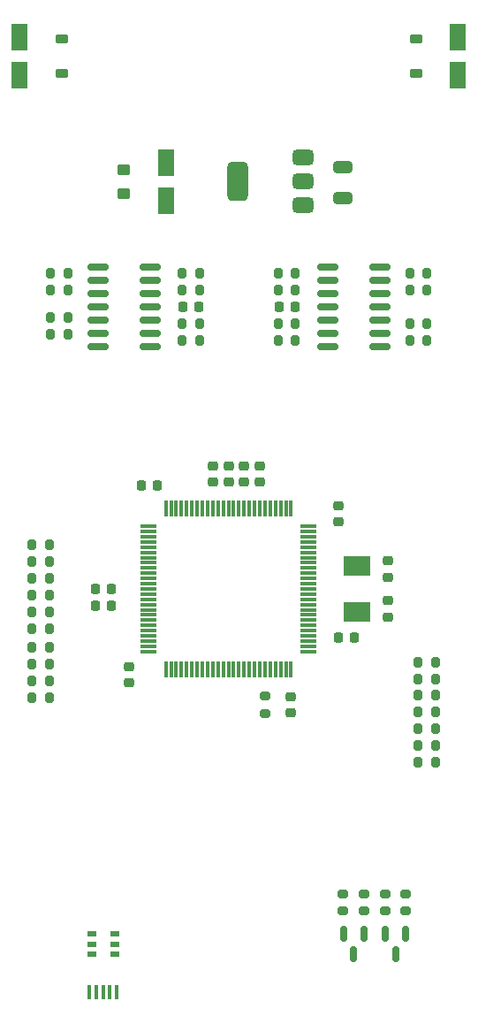
<source format=gbr>
%TF.GenerationSoftware,KiCad,Pcbnew,8.0.3*%
%TF.CreationDate,2024-06-18T15:39:12+01:00*%
%TF.ProjectId,Sinosaur_Components,53696e6f-7361-4757-925f-436f6d706f6e,rev?*%
%TF.SameCoordinates,Original*%
%TF.FileFunction,Paste,Top*%
%TF.FilePolarity,Positive*%
%FSLAX46Y46*%
G04 Gerber Fmt 4.6, Leading zero omitted, Abs format (unit mm)*
G04 Created by KiCad (PCBNEW 8.0.3) date 2024-06-18 15:39:12*
%MOMM*%
%LPD*%
G01*
G04 APERTURE LIST*
G04 Aperture macros list*
%AMRoundRect*
0 Rectangle with rounded corners*
0 $1 Rounding radius*
0 $2 $3 $4 $5 $6 $7 $8 $9 X,Y pos of 4 corners*
0 Add a 4 corners polygon primitive as box body*
4,1,4,$2,$3,$4,$5,$6,$7,$8,$9,$2,$3,0*
0 Add four circle primitives for the rounded corners*
1,1,$1+$1,$2,$3*
1,1,$1+$1,$4,$5*
1,1,$1+$1,$6,$7*
1,1,$1+$1,$8,$9*
0 Add four rect primitives between the rounded corners*
20,1,$1+$1,$2,$3,$4,$5,0*
20,1,$1+$1,$4,$5,$6,$7,0*
20,1,$1+$1,$6,$7,$8,$9,0*
20,1,$1+$1,$8,$9,$2,$3,0*%
G04 Aperture macros list end*
%ADD10RoundRect,0.200000X-0.200000X-0.275000X0.200000X-0.275000X0.200000X0.275000X-0.200000X0.275000X0*%
%ADD11R,2.500000X1.900000*%
%ADD12RoundRect,0.225000X0.225000X0.250000X-0.225000X0.250000X-0.225000X-0.250000X0.225000X-0.250000X0*%
%ADD13RoundRect,0.200000X0.200000X0.275000X-0.200000X0.275000X-0.200000X-0.275000X0.200000X-0.275000X0*%
%ADD14RoundRect,0.150000X-0.150000X0.587500X-0.150000X-0.587500X0.150000X-0.587500X0.150000X0.587500X0*%
%ADD15RoundRect,0.225000X-0.250000X0.225000X-0.250000X-0.225000X0.250000X-0.225000X0.250000X0.225000X0*%
%ADD16RoundRect,0.200000X-0.275000X0.200000X-0.275000X-0.200000X0.275000X-0.200000X0.275000X0.200000X0*%
%ADD17RoundRect,0.375000X0.625000X0.375000X-0.625000X0.375000X-0.625000X-0.375000X0.625000X-0.375000X0*%
%ADD18RoundRect,0.500000X0.500000X1.400000X-0.500000X1.400000X-0.500000X-1.400000X0.500000X-1.400000X0*%
%ADD19RoundRect,0.150000X0.825000X0.150000X-0.825000X0.150000X-0.825000X-0.150000X0.825000X-0.150000X0*%
%ADD20RoundRect,0.225000X0.250000X-0.225000X0.250000X0.225000X-0.250000X0.225000X-0.250000X-0.225000X0*%
%ADD21RoundRect,0.250000X-0.350000X0.275000X-0.350000X-0.275000X0.350000X-0.275000X0.350000X0.275000X0*%
%ADD22RoundRect,0.250000X0.650000X-0.325000X0.650000X0.325000X-0.650000X0.325000X-0.650000X-0.325000X0*%
%ADD23RoundRect,0.225000X-0.375000X0.225000X-0.375000X-0.225000X0.375000X-0.225000X0.375000X0.225000X0*%
%ADD24RoundRect,0.075000X0.725000X0.075000X-0.725000X0.075000X-0.725000X-0.075000X0.725000X-0.075000X0*%
%ADD25RoundRect,0.075000X0.075000X0.725000X-0.075000X0.725000X-0.075000X-0.725000X0.075000X-0.725000X0*%
%ADD26RoundRect,0.225000X-0.225000X-0.250000X0.225000X-0.250000X0.225000X0.250000X-0.225000X0.250000X0*%
%ADD27RoundRect,0.250000X0.550000X-1.050000X0.550000X1.050000X-0.550000X1.050000X-0.550000X-1.050000X0*%
%ADD28RoundRect,0.200000X0.275000X-0.200000X0.275000X0.200000X-0.275000X0.200000X-0.275000X-0.200000X0*%
%ADD29RoundRect,0.225000X0.375000X-0.225000X0.375000X0.225000X-0.375000X0.225000X-0.375000X-0.225000X0*%
%ADD30R,0.950000X0.600000*%
%ADD31RoundRect,0.100000X0.100000X-0.575000X0.100000X0.575000X-0.100000X0.575000X-0.100000X-0.575000X0*%
%ADD32RoundRect,0.150000X-0.825000X-0.150000X0.825000X-0.150000X0.825000X0.150000X-0.825000X0.150000X0*%
G04 APERTURE END LIST*
D10*
%TO.C,R30*%
X110175000Y-114800000D03*
X111825000Y-114800000D03*
%TD*%
%TO.C,R34*%
X110175000Y-103400000D03*
X111825000Y-103400000D03*
%TD*%
D11*
%TO.C,Y1*%
X141300000Y-103800000D03*
X141300000Y-108200000D03*
%TD*%
D12*
%TO.C,C19*%
X135375000Y-79000000D03*
X133825000Y-79000000D03*
%TD*%
D10*
%TO.C,R26*%
X110175000Y-108200000D03*
X111825000Y-108200000D03*
%TD*%
D13*
%TO.C,R22*%
X148825000Y-116200000D03*
X147175000Y-116200000D03*
%TD*%
%TO.C,R16*%
X135425000Y-82200000D03*
X133775000Y-82200000D03*
%TD*%
D14*
%TO.C,Q1*%
X145950000Y-139062500D03*
X144050000Y-139062500D03*
X145000000Y-140937500D03*
%TD*%
D15*
%TO.C,C4*%
X130500000Y-94225000D03*
X130500000Y-95775000D03*
%TD*%
%TO.C,C2*%
X132000000Y-94225000D03*
X132000000Y-95775000D03*
%TD*%
D13*
%TO.C,R32*%
X148825000Y-121000000D03*
X147175000Y-121000000D03*
%TD*%
D16*
%TO.C,R18*%
X146000000Y-135175000D03*
X146000000Y-136825000D03*
%TD*%
D13*
%TO.C,R14*%
X148025000Y-82200000D03*
X146375000Y-82200000D03*
%TD*%
D17*
%TO.C,U5*%
X136150000Y-69300000D03*
X136150000Y-67000000D03*
D18*
X129850000Y-67000000D03*
D17*
X136150000Y-64700000D03*
%TD*%
D10*
%TO.C,R13*%
X133775000Y-77400000D03*
X135425000Y-77400000D03*
%TD*%
%TO.C,R3*%
X111975000Y-80000000D03*
X113625000Y-80000000D03*
%TD*%
D13*
%TO.C,R17*%
X135425000Y-75800000D03*
X133775000Y-75800000D03*
%TD*%
D19*
%TO.C,U3*%
X121475000Y-82810000D03*
X121475000Y-81540000D03*
X121475000Y-80270000D03*
X121475000Y-79000000D03*
X121475000Y-77730000D03*
X121475000Y-76460000D03*
X121475000Y-75190000D03*
X116525000Y-75190000D03*
X116525000Y-76460000D03*
X116525000Y-77730000D03*
X116525000Y-79000000D03*
X116525000Y-80270000D03*
X116525000Y-81540000D03*
X116525000Y-82810000D03*
%TD*%
D20*
%TO.C,C13*%
X135000000Y-117875000D03*
X135000000Y-116325000D03*
%TD*%
D21*
%TO.C,L1*%
X119000000Y-65850000D03*
X119000000Y-68150000D03*
%TD*%
D10*
%TO.C,R9*%
X124575000Y-82200000D03*
X126225000Y-82200000D03*
%TD*%
D13*
%TO.C,R5*%
X126225000Y-80600000D03*
X124575000Y-80600000D03*
%TD*%
D22*
%TO.C,C14*%
X139925000Y-68550000D03*
X139925000Y-65600000D03*
%TD*%
D10*
%TO.C,R15*%
X146375000Y-75800000D03*
X148025000Y-75800000D03*
%TD*%
D23*
%TO.C,D2*%
X113000000Y-53350000D03*
X113000000Y-56650000D03*
%TD*%
D10*
%TO.C,R35*%
X110175000Y-101800000D03*
X111825000Y-101800000D03*
%TD*%
%TO.C,R31*%
X110175000Y-116400000D03*
X111825000Y-116400000D03*
%TD*%
D24*
%TO.C,U1*%
X136675000Y-112000000D03*
X136675000Y-111500000D03*
X136675000Y-111000000D03*
X136675000Y-110500000D03*
X136675000Y-110000000D03*
X136675000Y-109500000D03*
X136675000Y-109000000D03*
X136675000Y-108500000D03*
X136675000Y-108000000D03*
X136675000Y-107500000D03*
X136675000Y-107000000D03*
X136675000Y-106500000D03*
X136675000Y-106000000D03*
X136675000Y-105500000D03*
X136675000Y-105000000D03*
X136675000Y-104500000D03*
X136675000Y-104000000D03*
X136675000Y-103500000D03*
X136675000Y-103000000D03*
X136675000Y-102500000D03*
X136675000Y-102000000D03*
X136675000Y-101500000D03*
X136675000Y-101000000D03*
X136675000Y-100500000D03*
X136675000Y-100000000D03*
D25*
X135000000Y-98325000D03*
X134500000Y-98325000D03*
X134000000Y-98325000D03*
X133500000Y-98325000D03*
X133000000Y-98325000D03*
X132500000Y-98325000D03*
X132000000Y-98325000D03*
X131500000Y-98325000D03*
X131000000Y-98325000D03*
X130500000Y-98325000D03*
X130000000Y-98325000D03*
X129500000Y-98325000D03*
X129000000Y-98325000D03*
X128500000Y-98325000D03*
X128000000Y-98325000D03*
X127500000Y-98325000D03*
X127000000Y-98325000D03*
X126500000Y-98325000D03*
X126000000Y-98325000D03*
X125500000Y-98325000D03*
X125000000Y-98325000D03*
X124500000Y-98325000D03*
X124000000Y-98325000D03*
X123500000Y-98325000D03*
X123000000Y-98325000D03*
D24*
X121325000Y-100000000D03*
X121325000Y-100500000D03*
X121325000Y-101000000D03*
X121325000Y-101500000D03*
X121325000Y-102000000D03*
X121325000Y-102500000D03*
X121325000Y-103000000D03*
X121325000Y-103500000D03*
X121325000Y-104000000D03*
X121325000Y-104500000D03*
X121325000Y-105000000D03*
X121325000Y-105500000D03*
X121325000Y-106000000D03*
X121325000Y-106500000D03*
X121325000Y-107000000D03*
X121325000Y-107500000D03*
X121325000Y-108000000D03*
X121325000Y-108500000D03*
X121325000Y-109000000D03*
X121325000Y-109500000D03*
X121325000Y-110000000D03*
X121325000Y-110500000D03*
X121325000Y-111000000D03*
X121325000Y-111500000D03*
X121325000Y-112000000D03*
D25*
X123000000Y-113675000D03*
X123500000Y-113675000D03*
X124000000Y-113675000D03*
X124500000Y-113675000D03*
X125000000Y-113675000D03*
X125500000Y-113675000D03*
X126000000Y-113675000D03*
X126500000Y-113675000D03*
X127000000Y-113675000D03*
X127500000Y-113675000D03*
X128000000Y-113675000D03*
X128500000Y-113675000D03*
X129000000Y-113675000D03*
X129500000Y-113675000D03*
X130000000Y-113675000D03*
X130500000Y-113675000D03*
X131000000Y-113675000D03*
X131500000Y-113675000D03*
X132000000Y-113675000D03*
X132500000Y-113675000D03*
X133000000Y-113675000D03*
X133500000Y-113675000D03*
X134000000Y-113675000D03*
X134500000Y-113675000D03*
X135000000Y-113675000D03*
%TD*%
D13*
%TO.C,R21*%
X148825000Y-117800000D03*
X147175000Y-117800000D03*
%TD*%
D15*
%TO.C,C15*%
X129000000Y-94225000D03*
X129000000Y-95775000D03*
%TD*%
D26*
%TO.C,C18*%
X124625000Y-79000000D03*
X126175000Y-79000000D03*
%TD*%
D13*
%TO.C,R36*%
X148825000Y-113000000D03*
X147175000Y-113000000D03*
%TD*%
%TO.C,R23*%
X148825000Y-114600000D03*
X147175000Y-114600000D03*
%TD*%
D27*
%TO.C,C11*%
X109000000Y-56800000D03*
X109000000Y-53200000D03*
%TD*%
D28*
%TO.C,R38*%
X140000000Y-136825000D03*
X140000000Y-135175000D03*
%TD*%
%TO.C,R37*%
X144000000Y-136825000D03*
X144000000Y-135175000D03*
%TD*%
D27*
%TO.C,C10*%
X151000000Y-56800000D03*
X151000000Y-53200000D03*
%TD*%
D10*
%TO.C,R29*%
X110175000Y-113200000D03*
X111825000Y-113200000D03*
%TD*%
D16*
%TO.C,R19*%
X142000000Y-135175000D03*
X142000000Y-136825000D03*
%TD*%
D13*
%TO.C,R4*%
X126225000Y-77400000D03*
X124575000Y-77400000D03*
%TD*%
D28*
%TO.C,R1*%
X132500000Y-117925000D03*
X132500000Y-116275000D03*
%TD*%
D13*
%TO.C,R11*%
X148025000Y-77400000D03*
X146375000Y-77400000D03*
%TD*%
D29*
%TO.C,D1*%
X147000000Y-56650000D03*
X147000000Y-53350000D03*
%TD*%
D30*
%TO.C,U2*%
X115875000Y-139050000D03*
X115875000Y-140000000D03*
X115875000Y-140950000D03*
X118125000Y-140950000D03*
X118125000Y-140000000D03*
X118125000Y-139050000D03*
%TD*%
D20*
%TO.C,C12*%
X119500000Y-114975000D03*
X119500000Y-113425000D03*
%TD*%
D12*
%TO.C,C3*%
X141075000Y-110700000D03*
X139525000Y-110700000D03*
%TD*%
D13*
%TO.C,R24*%
X148825000Y-122600000D03*
X147175000Y-122600000D03*
%TD*%
D10*
%TO.C,R27*%
X110175000Y-109800000D03*
X111825000Y-109800000D03*
%TD*%
D27*
%TO.C,C17*%
X123000000Y-68800000D03*
X123000000Y-65200000D03*
%TD*%
D31*
%TO.C,J8*%
X115700000Y-144650000D03*
X116350000Y-144650000D03*
X117000000Y-144650000D03*
X117650000Y-144650000D03*
X118300000Y-144650000D03*
%TD*%
D13*
%TO.C,R20*%
X148825000Y-119400000D03*
X147175000Y-119400000D03*
%TD*%
D32*
%TO.C,U4*%
X138525000Y-75190000D03*
X138525000Y-76460000D03*
X138525000Y-77730000D03*
X138525000Y-79000000D03*
X138525000Y-80270000D03*
X138525000Y-81540000D03*
X138525000Y-82810000D03*
X143475000Y-82810000D03*
X143475000Y-81540000D03*
X143475000Y-80270000D03*
X143475000Y-79000000D03*
X143475000Y-77730000D03*
X143475000Y-76460000D03*
X143475000Y-75190000D03*
%TD*%
D13*
%TO.C,R7*%
X113625000Y-81600000D03*
X111975000Y-81600000D03*
%TD*%
D10*
%TO.C,R33*%
X110175000Y-105000000D03*
X111825000Y-105000000D03*
%TD*%
D14*
%TO.C,Q2*%
X141950000Y-139062500D03*
X140050000Y-139062500D03*
X141000000Y-140937500D03*
%TD*%
D10*
%TO.C,R25*%
X110175000Y-106600000D03*
X111825000Y-106600000D03*
%TD*%
D20*
%TO.C,C7*%
X144300000Y-104875000D03*
X144300000Y-103325000D03*
%TD*%
D15*
%TO.C,C16*%
X127500000Y-94225000D03*
X127500000Y-95775000D03*
%TD*%
D10*
%TO.C,R12*%
X133775000Y-80600000D03*
X135425000Y-80600000D03*
%TD*%
%TO.C,R8*%
X124575000Y-75800000D03*
X126225000Y-75800000D03*
%TD*%
D26*
%TO.C,C8*%
X120625000Y-96100000D03*
X122175000Y-96100000D03*
%TD*%
%TO.C,C1*%
X116225000Y-107600000D03*
X117775000Y-107600000D03*
%TD*%
D13*
%TO.C,R6*%
X113625000Y-75800000D03*
X111975000Y-75800000D03*
%TD*%
D10*
%TO.C,R2*%
X111975000Y-77400000D03*
X113625000Y-77400000D03*
%TD*%
%TO.C,R10*%
X146375000Y-80600000D03*
X148025000Y-80600000D03*
%TD*%
D15*
%TO.C,C5*%
X139500000Y-98025000D03*
X139500000Y-99575000D03*
%TD*%
D10*
%TO.C,R28*%
X110175000Y-111600000D03*
X111825000Y-111600000D03*
%TD*%
D26*
%TO.C,C9*%
X116225000Y-106000000D03*
X117775000Y-106000000D03*
%TD*%
D15*
%TO.C,C6*%
X144300000Y-107125000D03*
X144300000Y-108675000D03*
%TD*%
M02*

</source>
